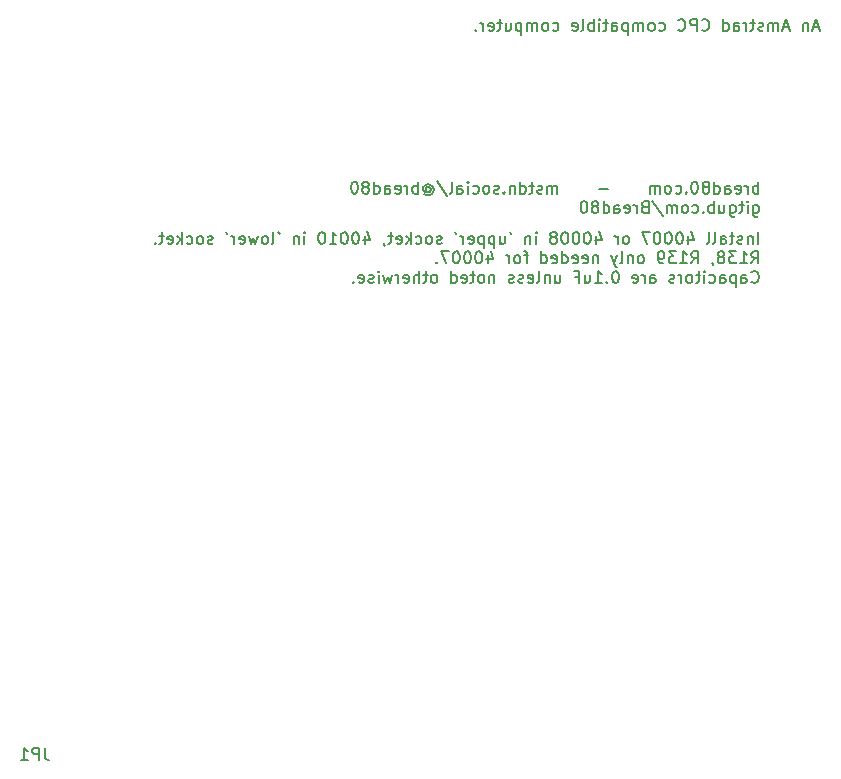
<source format=gbo>
G04 #@! TF.GenerationSoftware,KiCad,Pcbnew,(5.1.12)-1*
G04 #@! TF.CreationDate,2024-01-30T17:11:01+00:00*
G04 #@! TF.ProjectId,CPCVideo,43504356-6964-4656-9f2e-6b696361645f,rev?*
G04 #@! TF.SameCoordinates,Original*
G04 #@! TF.FileFunction,Legend,Bot*
G04 #@! TF.FilePolarity,Positive*
%FSLAX46Y46*%
G04 Gerber Fmt 4.6, Leading zero omitted, Abs format (unit mm)*
G04 Created by KiCad (PCBNEW (5.1.12)-1) date 2024-01-30 17:11:01*
%MOMM*%
%LPD*%
G01*
G04 APERTURE LIST*
%ADD10C,0.150000*%
G04 APERTURE END LIST*
D10*
X219374404Y-131517380D02*
X219374404Y-130517380D01*
X218898214Y-130850714D02*
X218898214Y-131517380D01*
X218898214Y-130945952D02*
X218850595Y-130898333D01*
X218755357Y-130850714D01*
X218612500Y-130850714D01*
X218517261Y-130898333D01*
X218469642Y-130993571D01*
X218469642Y-131517380D01*
X218041071Y-131469761D02*
X217945833Y-131517380D01*
X217755357Y-131517380D01*
X217660119Y-131469761D01*
X217612500Y-131374523D01*
X217612500Y-131326904D01*
X217660119Y-131231666D01*
X217755357Y-131184047D01*
X217898214Y-131184047D01*
X217993452Y-131136428D01*
X218041071Y-131041190D01*
X218041071Y-130993571D01*
X217993452Y-130898333D01*
X217898214Y-130850714D01*
X217755357Y-130850714D01*
X217660119Y-130898333D01*
X217326785Y-130850714D02*
X216945833Y-130850714D01*
X217183928Y-130517380D02*
X217183928Y-131374523D01*
X217136309Y-131469761D01*
X217041071Y-131517380D01*
X216945833Y-131517380D01*
X216183928Y-131517380D02*
X216183928Y-130993571D01*
X216231547Y-130898333D01*
X216326785Y-130850714D01*
X216517261Y-130850714D01*
X216612500Y-130898333D01*
X216183928Y-131469761D02*
X216279166Y-131517380D01*
X216517261Y-131517380D01*
X216612500Y-131469761D01*
X216660119Y-131374523D01*
X216660119Y-131279285D01*
X216612500Y-131184047D01*
X216517261Y-131136428D01*
X216279166Y-131136428D01*
X216183928Y-131088809D01*
X215564880Y-131517380D02*
X215660119Y-131469761D01*
X215707738Y-131374523D01*
X215707738Y-130517380D01*
X215041071Y-131517380D02*
X215136309Y-131469761D01*
X215183928Y-131374523D01*
X215183928Y-130517380D01*
X213469642Y-130850714D02*
X213469642Y-131517380D01*
X213707738Y-130469761D02*
X213945833Y-131184047D01*
X213326785Y-131184047D01*
X212755357Y-130517380D02*
X212660119Y-130517380D01*
X212564880Y-130565000D01*
X212517261Y-130612619D01*
X212469642Y-130707857D01*
X212422023Y-130898333D01*
X212422023Y-131136428D01*
X212469642Y-131326904D01*
X212517261Y-131422142D01*
X212564880Y-131469761D01*
X212660119Y-131517380D01*
X212755357Y-131517380D01*
X212850595Y-131469761D01*
X212898214Y-131422142D01*
X212945833Y-131326904D01*
X212993452Y-131136428D01*
X212993452Y-130898333D01*
X212945833Y-130707857D01*
X212898214Y-130612619D01*
X212850595Y-130565000D01*
X212755357Y-130517380D01*
X211802976Y-130517380D02*
X211707738Y-130517380D01*
X211612500Y-130565000D01*
X211564880Y-130612619D01*
X211517261Y-130707857D01*
X211469642Y-130898333D01*
X211469642Y-131136428D01*
X211517261Y-131326904D01*
X211564880Y-131422142D01*
X211612500Y-131469761D01*
X211707738Y-131517380D01*
X211802976Y-131517380D01*
X211898214Y-131469761D01*
X211945833Y-131422142D01*
X211993452Y-131326904D01*
X212041071Y-131136428D01*
X212041071Y-130898333D01*
X211993452Y-130707857D01*
X211945833Y-130612619D01*
X211898214Y-130565000D01*
X211802976Y-130517380D01*
X210850595Y-130517380D02*
X210755357Y-130517380D01*
X210660119Y-130565000D01*
X210612500Y-130612619D01*
X210564880Y-130707857D01*
X210517261Y-130898333D01*
X210517261Y-131136428D01*
X210564880Y-131326904D01*
X210612500Y-131422142D01*
X210660119Y-131469761D01*
X210755357Y-131517380D01*
X210850595Y-131517380D01*
X210945833Y-131469761D01*
X210993452Y-131422142D01*
X211041071Y-131326904D01*
X211088690Y-131136428D01*
X211088690Y-130898333D01*
X211041071Y-130707857D01*
X210993452Y-130612619D01*
X210945833Y-130565000D01*
X210850595Y-130517380D01*
X210183928Y-130517380D02*
X209517261Y-130517380D01*
X209945833Y-131517380D01*
X208231547Y-131517380D02*
X208326785Y-131469761D01*
X208374404Y-131422142D01*
X208422023Y-131326904D01*
X208422023Y-131041190D01*
X208374404Y-130945952D01*
X208326785Y-130898333D01*
X208231547Y-130850714D01*
X208088690Y-130850714D01*
X207993452Y-130898333D01*
X207945833Y-130945952D01*
X207898214Y-131041190D01*
X207898214Y-131326904D01*
X207945833Y-131422142D01*
X207993452Y-131469761D01*
X208088690Y-131517380D01*
X208231547Y-131517380D01*
X207469642Y-131517380D02*
X207469642Y-130850714D01*
X207469642Y-131041190D02*
X207422023Y-130945952D01*
X207374404Y-130898333D01*
X207279166Y-130850714D01*
X207183928Y-130850714D01*
X205660119Y-130850714D02*
X205660119Y-131517380D01*
X205898214Y-130469761D02*
X206136309Y-131184047D01*
X205517261Y-131184047D01*
X204945833Y-130517380D02*
X204850595Y-130517380D01*
X204755357Y-130565000D01*
X204707738Y-130612619D01*
X204660119Y-130707857D01*
X204612500Y-130898333D01*
X204612500Y-131136428D01*
X204660119Y-131326904D01*
X204707738Y-131422142D01*
X204755357Y-131469761D01*
X204850595Y-131517380D01*
X204945833Y-131517380D01*
X205041071Y-131469761D01*
X205088690Y-131422142D01*
X205136309Y-131326904D01*
X205183928Y-131136428D01*
X205183928Y-130898333D01*
X205136309Y-130707857D01*
X205088690Y-130612619D01*
X205041071Y-130565000D01*
X204945833Y-130517380D01*
X203993452Y-130517380D02*
X203898214Y-130517380D01*
X203802976Y-130565000D01*
X203755357Y-130612619D01*
X203707738Y-130707857D01*
X203660119Y-130898333D01*
X203660119Y-131136428D01*
X203707738Y-131326904D01*
X203755357Y-131422142D01*
X203802976Y-131469761D01*
X203898214Y-131517380D01*
X203993452Y-131517380D01*
X204088690Y-131469761D01*
X204136309Y-131422142D01*
X204183928Y-131326904D01*
X204231547Y-131136428D01*
X204231547Y-130898333D01*
X204183928Y-130707857D01*
X204136309Y-130612619D01*
X204088690Y-130565000D01*
X203993452Y-130517380D01*
X203041071Y-130517380D02*
X202945833Y-130517380D01*
X202850595Y-130565000D01*
X202802976Y-130612619D01*
X202755357Y-130707857D01*
X202707738Y-130898333D01*
X202707738Y-131136428D01*
X202755357Y-131326904D01*
X202802976Y-131422142D01*
X202850595Y-131469761D01*
X202945833Y-131517380D01*
X203041071Y-131517380D01*
X203136309Y-131469761D01*
X203183928Y-131422142D01*
X203231547Y-131326904D01*
X203279166Y-131136428D01*
X203279166Y-130898333D01*
X203231547Y-130707857D01*
X203183928Y-130612619D01*
X203136309Y-130565000D01*
X203041071Y-130517380D01*
X202136309Y-130945952D02*
X202231547Y-130898333D01*
X202279166Y-130850714D01*
X202326785Y-130755476D01*
X202326785Y-130707857D01*
X202279166Y-130612619D01*
X202231547Y-130565000D01*
X202136309Y-130517380D01*
X201945833Y-130517380D01*
X201850595Y-130565000D01*
X201802976Y-130612619D01*
X201755357Y-130707857D01*
X201755357Y-130755476D01*
X201802976Y-130850714D01*
X201850595Y-130898333D01*
X201945833Y-130945952D01*
X202136309Y-130945952D01*
X202231547Y-130993571D01*
X202279166Y-131041190D01*
X202326785Y-131136428D01*
X202326785Y-131326904D01*
X202279166Y-131422142D01*
X202231547Y-131469761D01*
X202136309Y-131517380D01*
X201945833Y-131517380D01*
X201850595Y-131469761D01*
X201802976Y-131422142D01*
X201755357Y-131326904D01*
X201755357Y-131136428D01*
X201802976Y-131041190D01*
X201850595Y-130993571D01*
X201945833Y-130945952D01*
X200564880Y-131517380D02*
X200564880Y-130850714D01*
X200564880Y-130517380D02*
X200612500Y-130565000D01*
X200564880Y-130612619D01*
X200517261Y-130565000D01*
X200564880Y-130517380D01*
X200564880Y-130612619D01*
X200088690Y-130850714D02*
X200088690Y-131517380D01*
X200088690Y-130945952D02*
X200041071Y-130898333D01*
X199945833Y-130850714D01*
X199802976Y-130850714D01*
X199707738Y-130898333D01*
X199660119Y-130993571D01*
X199660119Y-131517380D01*
X198374404Y-130517380D02*
X198469642Y-130707857D01*
X197517261Y-130850714D02*
X197517261Y-131517380D01*
X197945833Y-130850714D02*
X197945833Y-131374523D01*
X197898214Y-131469761D01*
X197802976Y-131517380D01*
X197660119Y-131517380D01*
X197564880Y-131469761D01*
X197517261Y-131422142D01*
X197041071Y-130850714D02*
X197041071Y-131850714D01*
X197041071Y-130898333D02*
X196945833Y-130850714D01*
X196755357Y-130850714D01*
X196660119Y-130898333D01*
X196612500Y-130945952D01*
X196564880Y-131041190D01*
X196564880Y-131326904D01*
X196612500Y-131422142D01*
X196660119Y-131469761D01*
X196755357Y-131517380D01*
X196945833Y-131517380D01*
X197041071Y-131469761D01*
X196136309Y-130850714D02*
X196136309Y-131850714D01*
X196136309Y-130898333D02*
X196041071Y-130850714D01*
X195850595Y-130850714D01*
X195755357Y-130898333D01*
X195707738Y-130945952D01*
X195660119Y-131041190D01*
X195660119Y-131326904D01*
X195707738Y-131422142D01*
X195755357Y-131469761D01*
X195850595Y-131517380D01*
X196041071Y-131517380D01*
X196136309Y-131469761D01*
X194850595Y-131469761D02*
X194945833Y-131517380D01*
X195136309Y-131517380D01*
X195231547Y-131469761D01*
X195279166Y-131374523D01*
X195279166Y-130993571D01*
X195231547Y-130898333D01*
X195136309Y-130850714D01*
X194945833Y-130850714D01*
X194850595Y-130898333D01*
X194802976Y-130993571D01*
X194802976Y-131088809D01*
X195279166Y-131184047D01*
X194374404Y-131517380D02*
X194374404Y-130850714D01*
X194374404Y-131041190D02*
X194326785Y-130945952D01*
X194279166Y-130898333D01*
X194183928Y-130850714D01*
X194088690Y-130850714D01*
X193707738Y-130517380D02*
X193802976Y-130707857D01*
X192564880Y-131469761D02*
X192469642Y-131517380D01*
X192279166Y-131517380D01*
X192183928Y-131469761D01*
X192136309Y-131374523D01*
X192136309Y-131326904D01*
X192183928Y-131231666D01*
X192279166Y-131184047D01*
X192422023Y-131184047D01*
X192517261Y-131136428D01*
X192564880Y-131041190D01*
X192564880Y-130993571D01*
X192517261Y-130898333D01*
X192422023Y-130850714D01*
X192279166Y-130850714D01*
X192183928Y-130898333D01*
X191564880Y-131517380D02*
X191660119Y-131469761D01*
X191707738Y-131422142D01*
X191755357Y-131326904D01*
X191755357Y-131041190D01*
X191707738Y-130945952D01*
X191660119Y-130898333D01*
X191564880Y-130850714D01*
X191422023Y-130850714D01*
X191326785Y-130898333D01*
X191279166Y-130945952D01*
X191231547Y-131041190D01*
X191231547Y-131326904D01*
X191279166Y-131422142D01*
X191326785Y-131469761D01*
X191422023Y-131517380D01*
X191564880Y-131517380D01*
X190374404Y-131469761D02*
X190469642Y-131517380D01*
X190660119Y-131517380D01*
X190755357Y-131469761D01*
X190802976Y-131422142D01*
X190850595Y-131326904D01*
X190850595Y-131041190D01*
X190802976Y-130945952D01*
X190755357Y-130898333D01*
X190660119Y-130850714D01*
X190469642Y-130850714D01*
X190374404Y-130898333D01*
X189945833Y-131517380D02*
X189945833Y-130517380D01*
X189850595Y-131136428D02*
X189564880Y-131517380D01*
X189564880Y-130850714D02*
X189945833Y-131231666D01*
X188755357Y-131469761D02*
X188850595Y-131517380D01*
X189041071Y-131517380D01*
X189136309Y-131469761D01*
X189183928Y-131374523D01*
X189183928Y-130993571D01*
X189136309Y-130898333D01*
X189041071Y-130850714D01*
X188850595Y-130850714D01*
X188755357Y-130898333D01*
X188707738Y-130993571D01*
X188707738Y-131088809D01*
X189183928Y-131184047D01*
X188422023Y-130850714D02*
X188041071Y-130850714D01*
X188279166Y-130517380D02*
X188279166Y-131374523D01*
X188231547Y-131469761D01*
X188136309Y-131517380D01*
X188041071Y-131517380D01*
X187660119Y-131469761D02*
X187660119Y-131517380D01*
X187707738Y-131612619D01*
X187755357Y-131660238D01*
X186041071Y-130850714D02*
X186041071Y-131517380D01*
X186279166Y-130469761D02*
X186517261Y-131184047D01*
X185898214Y-131184047D01*
X185326785Y-130517380D02*
X185231547Y-130517380D01*
X185136309Y-130565000D01*
X185088690Y-130612619D01*
X185041071Y-130707857D01*
X184993452Y-130898333D01*
X184993452Y-131136428D01*
X185041071Y-131326904D01*
X185088690Y-131422142D01*
X185136309Y-131469761D01*
X185231547Y-131517380D01*
X185326785Y-131517380D01*
X185422023Y-131469761D01*
X185469642Y-131422142D01*
X185517261Y-131326904D01*
X185564880Y-131136428D01*
X185564880Y-130898333D01*
X185517261Y-130707857D01*
X185469642Y-130612619D01*
X185422023Y-130565000D01*
X185326785Y-130517380D01*
X184374404Y-130517380D02*
X184279166Y-130517380D01*
X184183928Y-130565000D01*
X184136309Y-130612619D01*
X184088690Y-130707857D01*
X184041071Y-130898333D01*
X184041071Y-131136428D01*
X184088690Y-131326904D01*
X184136309Y-131422142D01*
X184183928Y-131469761D01*
X184279166Y-131517380D01*
X184374404Y-131517380D01*
X184469642Y-131469761D01*
X184517261Y-131422142D01*
X184564880Y-131326904D01*
X184612500Y-131136428D01*
X184612500Y-130898333D01*
X184564880Y-130707857D01*
X184517261Y-130612619D01*
X184469642Y-130565000D01*
X184374404Y-130517380D01*
X183088690Y-131517380D02*
X183660119Y-131517380D01*
X183374404Y-131517380D02*
X183374404Y-130517380D01*
X183469642Y-130660238D01*
X183564880Y-130755476D01*
X183660119Y-130803095D01*
X182469642Y-130517380D02*
X182374404Y-130517380D01*
X182279166Y-130565000D01*
X182231547Y-130612619D01*
X182183928Y-130707857D01*
X182136309Y-130898333D01*
X182136309Y-131136428D01*
X182183928Y-131326904D01*
X182231547Y-131422142D01*
X182279166Y-131469761D01*
X182374404Y-131517380D01*
X182469642Y-131517380D01*
X182564880Y-131469761D01*
X182612500Y-131422142D01*
X182660119Y-131326904D01*
X182707738Y-131136428D01*
X182707738Y-130898333D01*
X182660119Y-130707857D01*
X182612500Y-130612619D01*
X182564880Y-130565000D01*
X182469642Y-130517380D01*
X180945833Y-131517380D02*
X180945833Y-130850714D01*
X180945833Y-130517380D02*
X180993452Y-130565000D01*
X180945833Y-130612619D01*
X180898214Y-130565000D01*
X180945833Y-130517380D01*
X180945833Y-130612619D01*
X180469642Y-130850714D02*
X180469642Y-131517380D01*
X180469642Y-130945952D02*
X180422023Y-130898333D01*
X180326785Y-130850714D01*
X180183928Y-130850714D01*
X180088690Y-130898333D01*
X180041071Y-130993571D01*
X180041071Y-131517380D01*
X178755357Y-130517380D02*
X178850595Y-130707857D01*
X178183928Y-131517380D02*
X178279166Y-131469761D01*
X178326785Y-131374523D01*
X178326785Y-130517380D01*
X177660119Y-131517380D02*
X177755357Y-131469761D01*
X177802976Y-131422142D01*
X177850595Y-131326904D01*
X177850595Y-131041190D01*
X177802976Y-130945952D01*
X177755357Y-130898333D01*
X177660119Y-130850714D01*
X177517261Y-130850714D01*
X177422023Y-130898333D01*
X177374404Y-130945952D01*
X177326785Y-131041190D01*
X177326785Y-131326904D01*
X177374404Y-131422142D01*
X177422023Y-131469761D01*
X177517261Y-131517380D01*
X177660119Y-131517380D01*
X176993452Y-130850714D02*
X176802976Y-131517380D01*
X176612500Y-131041190D01*
X176422023Y-131517380D01*
X176231547Y-130850714D01*
X175469642Y-131469761D02*
X175564880Y-131517380D01*
X175755357Y-131517380D01*
X175850595Y-131469761D01*
X175898214Y-131374523D01*
X175898214Y-130993571D01*
X175850595Y-130898333D01*
X175755357Y-130850714D01*
X175564880Y-130850714D01*
X175469642Y-130898333D01*
X175422023Y-130993571D01*
X175422023Y-131088809D01*
X175898214Y-131184047D01*
X174993452Y-131517380D02*
X174993452Y-130850714D01*
X174993452Y-131041190D02*
X174945833Y-130945952D01*
X174898214Y-130898333D01*
X174802976Y-130850714D01*
X174707738Y-130850714D01*
X174326785Y-130517380D02*
X174422023Y-130707857D01*
X173183928Y-131469761D02*
X173088690Y-131517380D01*
X172898214Y-131517380D01*
X172802976Y-131469761D01*
X172755357Y-131374523D01*
X172755357Y-131326904D01*
X172802976Y-131231666D01*
X172898214Y-131184047D01*
X173041071Y-131184047D01*
X173136309Y-131136428D01*
X173183928Y-131041190D01*
X173183928Y-130993571D01*
X173136309Y-130898333D01*
X173041071Y-130850714D01*
X172898214Y-130850714D01*
X172802976Y-130898333D01*
X172183928Y-131517380D02*
X172279166Y-131469761D01*
X172326785Y-131422142D01*
X172374404Y-131326904D01*
X172374404Y-131041190D01*
X172326785Y-130945952D01*
X172279166Y-130898333D01*
X172183928Y-130850714D01*
X172041071Y-130850714D01*
X171945833Y-130898333D01*
X171898214Y-130945952D01*
X171850595Y-131041190D01*
X171850595Y-131326904D01*
X171898214Y-131422142D01*
X171945833Y-131469761D01*
X172041071Y-131517380D01*
X172183928Y-131517380D01*
X170993452Y-131469761D02*
X171088690Y-131517380D01*
X171279166Y-131517380D01*
X171374404Y-131469761D01*
X171422023Y-131422142D01*
X171469642Y-131326904D01*
X171469642Y-131041190D01*
X171422023Y-130945952D01*
X171374404Y-130898333D01*
X171279166Y-130850714D01*
X171088690Y-130850714D01*
X170993452Y-130898333D01*
X170564880Y-131517380D02*
X170564880Y-130517380D01*
X170469642Y-131136428D02*
X170183928Y-131517380D01*
X170183928Y-130850714D02*
X170564880Y-131231666D01*
X169374404Y-131469761D02*
X169469642Y-131517380D01*
X169660119Y-131517380D01*
X169755357Y-131469761D01*
X169802976Y-131374523D01*
X169802976Y-130993571D01*
X169755357Y-130898333D01*
X169660119Y-130850714D01*
X169469642Y-130850714D01*
X169374404Y-130898333D01*
X169326785Y-130993571D01*
X169326785Y-131088809D01*
X169802976Y-131184047D01*
X169041071Y-130850714D02*
X168660119Y-130850714D01*
X168898214Y-130517380D02*
X168898214Y-131374523D01*
X168850595Y-131469761D01*
X168755357Y-131517380D01*
X168660119Y-131517380D01*
X168326785Y-131422142D02*
X168279166Y-131469761D01*
X168326785Y-131517380D01*
X168374404Y-131469761D01*
X168326785Y-131422142D01*
X168326785Y-131517380D01*
X218802976Y-133167380D02*
X219136309Y-132691190D01*
X219374404Y-133167380D02*
X219374404Y-132167380D01*
X218993452Y-132167380D01*
X218898214Y-132215000D01*
X218850595Y-132262619D01*
X218802976Y-132357857D01*
X218802976Y-132500714D01*
X218850595Y-132595952D01*
X218898214Y-132643571D01*
X218993452Y-132691190D01*
X219374404Y-132691190D01*
X217850595Y-133167380D02*
X218422023Y-133167380D01*
X218136309Y-133167380D02*
X218136309Y-132167380D01*
X218231547Y-132310238D01*
X218326785Y-132405476D01*
X218422023Y-132453095D01*
X217517261Y-132167380D02*
X216898214Y-132167380D01*
X217231547Y-132548333D01*
X217088690Y-132548333D01*
X216993452Y-132595952D01*
X216945833Y-132643571D01*
X216898214Y-132738809D01*
X216898214Y-132976904D01*
X216945833Y-133072142D01*
X216993452Y-133119761D01*
X217088690Y-133167380D01*
X217374404Y-133167380D01*
X217469642Y-133119761D01*
X217517261Y-133072142D01*
X216326785Y-132595952D02*
X216422023Y-132548333D01*
X216469642Y-132500714D01*
X216517261Y-132405476D01*
X216517261Y-132357857D01*
X216469642Y-132262619D01*
X216422023Y-132215000D01*
X216326785Y-132167380D01*
X216136309Y-132167380D01*
X216041071Y-132215000D01*
X215993452Y-132262619D01*
X215945833Y-132357857D01*
X215945833Y-132405476D01*
X215993452Y-132500714D01*
X216041071Y-132548333D01*
X216136309Y-132595952D01*
X216326785Y-132595952D01*
X216422023Y-132643571D01*
X216469642Y-132691190D01*
X216517261Y-132786428D01*
X216517261Y-132976904D01*
X216469642Y-133072142D01*
X216422023Y-133119761D01*
X216326785Y-133167380D01*
X216136309Y-133167380D01*
X216041071Y-133119761D01*
X215993452Y-133072142D01*
X215945833Y-132976904D01*
X215945833Y-132786428D01*
X215993452Y-132691190D01*
X216041071Y-132643571D01*
X216136309Y-132595952D01*
X215469642Y-133119761D02*
X215469642Y-133167380D01*
X215517261Y-133262619D01*
X215564880Y-133310238D01*
X213707738Y-133167380D02*
X214041071Y-132691190D01*
X214279166Y-133167380D02*
X214279166Y-132167380D01*
X213898214Y-132167380D01*
X213802976Y-132215000D01*
X213755357Y-132262619D01*
X213707738Y-132357857D01*
X213707738Y-132500714D01*
X213755357Y-132595952D01*
X213802976Y-132643571D01*
X213898214Y-132691190D01*
X214279166Y-132691190D01*
X212755357Y-133167380D02*
X213326785Y-133167380D01*
X213041071Y-133167380D02*
X213041071Y-132167380D01*
X213136309Y-132310238D01*
X213231547Y-132405476D01*
X213326785Y-132453095D01*
X212422023Y-132167380D02*
X211802976Y-132167380D01*
X212136309Y-132548333D01*
X211993452Y-132548333D01*
X211898214Y-132595952D01*
X211850595Y-132643571D01*
X211802976Y-132738809D01*
X211802976Y-132976904D01*
X211850595Y-133072142D01*
X211898214Y-133119761D01*
X211993452Y-133167380D01*
X212279166Y-133167380D01*
X212374404Y-133119761D01*
X212422023Y-133072142D01*
X211326785Y-133167380D02*
X211136309Y-133167380D01*
X211041071Y-133119761D01*
X210993452Y-133072142D01*
X210898214Y-132929285D01*
X210850595Y-132738809D01*
X210850595Y-132357857D01*
X210898214Y-132262619D01*
X210945833Y-132215000D01*
X211041071Y-132167380D01*
X211231547Y-132167380D01*
X211326785Y-132215000D01*
X211374404Y-132262619D01*
X211422023Y-132357857D01*
X211422023Y-132595952D01*
X211374404Y-132691190D01*
X211326785Y-132738809D01*
X211231547Y-132786428D01*
X211041071Y-132786428D01*
X210945833Y-132738809D01*
X210898214Y-132691190D01*
X210850595Y-132595952D01*
X209517261Y-133167380D02*
X209612500Y-133119761D01*
X209660119Y-133072142D01*
X209707738Y-132976904D01*
X209707738Y-132691190D01*
X209660119Y-132595952D01*
X209612500Y-132548333D01*
X209517261Y-132500714D01*
X209374404Y-132500714D01*
X209279166Y-132548333D01*
X209231547Y-132595952D01*
X209183928Y-132691190D01*
X209183928Y-132976904D01*
X209231547Y-133072142D01*
X209279166Y-133119761D01*
X209374404Y-133167380D01*
X209517261Y-133167380D01*
X208755357Y-132500714D02*
X208755357Y-133167380D01*
X208755357Y-132595952D02*
X208707738Y-132548333D01*
X208612500Y-132500714D01*
X208469642Y-132500714D01*
X208374404Y-132548333D01*
X208326785Y-132643571D01*
X208326785Y-133167380D01*
X207707738Y-133167380D02*
X207802976Y-133119761D01*
X207850595Y-133024523D01*
X207850595Y-132167380D01*
X207422023Y-132500714D02*
X207183928Y-133167380D01*
X206945833Y-132500714D02*
X207183928Y-133167380D01*
X207279166Y-133405476D01*
X207326785Y-133453095D01*
X207422023Y-133500714D01*
X205802976Y-132500714D02*
X205802976Y-133167380D01*
X205802976Y-132595952D02*
X205755357Y-132548333D01*
X205660119Y-132500714D01*
X205517261Y-132500714D01*
X205422023Y-132548333D01*
X205374404Y-132643571D01*
X205374404Y-133167380D01*
X204517261Y-133119761D02*
X204612500Y-133167380D01*
X204802976Y-133167380D01*
X204898214Y-133119761D01*
X204945833Y-133024523D01*
X204945833Y-132643571D01*
X204898214Y-132548333D01*
X204802976Y-132500714D01*
X204612500Y-132500714D01*
X204517261Y-132548333D01*
X204469642Y-132643571D01*
X204469642Y-132738809D01*
X204945833Y-132834047D01*
X203660119Y-133119761D02*
X203755357Y-133167380D01*
X203945833Y-133167380D01*
X204041071Y-133119761D01*
X204088690Y-133024523D01*
X204088690Y-132643571D01*
X204041071Y-132548333D01*
X203945833Y-132500714D01*
X203755357Y-132500714D01*
X203660119Y-132548333D01*
X203612500Y-132643571D01*
X203612500Y-132738809D01*
X204088690Y-132834047D01*
X202755357Y-133167380D02*
X202755357Y-132167380D01*
X202755357Y-133119761D02*
X202850595Y-133167380D01*
X203041071Y-133167380D01*
X203136309Y-133119761D01*
X203183928Y-133072142D01*
X203231547Y-132976904D01*
X203231547Y-132691190D01*
X203183928Y-132595952D01*
X203136309Y-132548333D01*
X203041071Y-132500714D01*
X202850595Y-132500714D01*
X202755357Y-132548333D01*
X201898214Y-133119761D02*
X201993452Y-133167380D01*
X202183928Y-133167380D01*
X202279166Y-133119761D01*
X202326785Y-133024523D01*
X202326785Y-132643571D01*
X202279166Y-132548333D01*
X202183928Y-132500714D01*
X201993452Y-132500714D01*
X201898214Y-132548333D01*
X201850595Y-132643571D01*
X201850595Y-132738809D01*
X202326785Y-132834047D01*
X200993452Y-133167380D02*
X200993452Y-132167380D01*
X200993452Y-133119761D02*
X201088690Y-133167380D01*
X201279166Y-133167380D01*
X201374404Y-133119761D01*
X201422023Y-133072142D01*
X201469642Y-132976904D01*
X201469642Y-132691190D01*
X201422023Y-132595952D01*
X201374404Y-132548333D01*
X201279166Y-132500714D01*
X201088690Y-132500714D01*
X200993452Y-132548333D01*
X199898214Y-132500714D02*
X199517261Y-132500714D01*
X199755357Y-133167380D02*
X199755357Y-132310238D01*
X199707738Y-132215000D01*
X199612500Y-132167380D01*
X199517261Y-132167380D01*
X199041071Y-133167380D02*
X199136309Y-133119761D01*
X199183928Y-133072142D01*
X199231547Y-132976904D01*
X199231547Y-132691190D01*
X199183928Y-132595952D01*
X199136309Y-132548333D01*
X199041071Y-132500714D01*
X198898214Y-132500714D01*
X198802976Y-132548333D01*
X198755357Y-132595952D01*
X198707738Y-132691190D01*
X198707738Y-132976904D01*
X198755357Y-133072142D01*
X198802976Y-133119761D01*
X198898214Y-133167380D01*
X199041071Y-133167380D01*
X198279166Y-133167380D02*
X198279166Y-132500714D01*
X198279166Y-132691190D02*
X198231547Y-132595952D01*
X198183928Y-132548333D01*
X198088690Y-132500714D01*
X197993452Y-132500714D01*
X196469642Y-132500714D02*
X196469642Y-133167380D01*
X196707738Y-132119761D02*
X196945833Y-132834047D01*
X196326785Y-132834047D01*
X195755357Y-132167380D02*
X195660119Y-132167380D01*
X195564880Y-132215000D01*
X195517261Y-132262619D01*
X195469642Y-132357857D01*
X195422023Y-132548333D01*
X195422023Y-132786428D01*
X195469642Y-132976904D01*
X195517261Y-133072142D01*
X195564880Y-133119761D01*
X195660119Y-133167380D01*
X195755357Y-133167380D01*
X195850595Y-133119761D01*
X195898214Y-133072142D01*
X195945833Y-132976904D01*
X195993452Y-132786428D01*
X195993452Y-132548333D01*
X195945833Y-132357857D01*
X195898214Y-132262619D01*
X195850595Y-132215000D01*
X195755357Y-132167380D01*
X194802976Y-132167380D02*
X194707738Y-132167380D01*
X194612500Y-132215000D01*
X194564880Y-132262619D01*
X194517261Y-132357857D01*
X194469642Y-132548333D01*
X194469642Y-132786428D01*
X194517261Y-132976904D01*
X194564880Y-133072142D01*
X194612500Y-133119761D01*
X194707738Y-133167380D01*
X194802976Y-133167380D01*
X194898214Y-133119761D01*
X194945833Y-133072142D01*
X194993452Y-132976904D01*
X195041071Y-132786428D01*
X195041071Y-132548333D01*
X194993452Y-132357857D01*
X194945833Y-132262619D01*
X194898214Y-132215000D01*
X194802976Y-132167380D01*
X193850595Y-132167380D02*
X193755357Y-132167380D01*
X193660119Y-132215000D01*
X193612500Y-132262619D01*
X193564880Y-132357857D01*
X193517261Y-132548333D01*
X193517261Y-132786428D01*
X193564880Y-132976904D01*
X193612500Y-133072142D01*
X193660119Y-133119761D01*
X193755357Y-133167380D01*
X193850595Y-133167380D01*
X193945833Y-133119761D01*
X193993452Y-133072142D01*
X194041071Y-132976904D01*
X194088690Y-132786428D01*
X194088690Y-132548333D01*
X194041071Y-132357857D01*
X193993452Y-132262619D01*
X193945833Y-132215000D01*
X193850595Y-132167380D01*
X193183928Y-132167380D02*
X192517261Y-132167380D01*
X192945833Y-133167380D01*
X192136309Y-133072142D02*
X192088690Y-133119761D01*
X192136309Y-133167380D01*
X192183928Y-133119761D01*
X192136309Y-133072142D01*
X192136309Y-133167380D01*
X218802976Y-134722142D02*
X218850595Y-134769761D01*
X218993452Y-134817380D01*
X219088690Y-134817380D01*
X219231547Y-134769761D01*
X219326785Y-134674523D01*
X219374404Y-134579285D01*
X219422023Y-134388809D01*
X219422023Y-134245952D01*
X219374404Y-134055476D01*
X219326785Y-133960238D01*
X219231547Y-133865000D01*
X219088690Y-133817380D01*
X218993452Y-133817380D01*
X218850595Y-133865000D01*
X218802976Y-133912619D01*
X217945833Y-134817380D02*
X217945833Y-134293571D01*
X217993452Y-134198333D01*
X218088690Y-134150714D01*
X218279166Y-134150714D01*
X218374404Y-134198333D01*
X217945833Y-134769761D02*
X218041071Y-134817380D01*
X218279166Y-134817380D01*
X218374404Y-134769761D01*
X218422023Y-134674523D01*
X218422023Y-134579285D01*
X218374404Y-134484047D01*
X218279166Y-134436428D01*
X218041071Y-134436428D01*
X217945833Y-134388809D01*
X217469642Y-134150714D02*
X217469642Y-135150714D01*
X217469642Y-134198333D02*
X217374404Y-134150714D01*
X217183928Y-134150714D01*
X217088690Y-134198333D01*
X217041071Y-134245952D01*
X216993452Y-134341190D01*
X216993452Y-134626904D01*
X217041071Y-134722142D01*
X217088690Y-134769761D01*
X217183928Y-134817380D01*
X217374404Y-134817380D01*
X217469642Y-134769761D01*
X216136309Y-134817380D02*
X216136309Y-134293571D01*
X216183928Y-134198333D01*
X216279166Y-134150714D01*
X216469642Y-134150714D01*
X216564880Y-134198333D01*
X216136309Y-134769761D02*
X216231547Y-134817380D01*
X216469642Y-134817380D01*
X216564880Y-134769761D01*
X216612500Y-134674523D01*
X216612500Y-134579285D01*
X216564880Y-134484047D01*
X216469642Y-134436428D01*
X216231547Y-134436428D01*
X216136309Y-134388809D01*
X215231547Y-134769761D02*
X215326785Y-134817380D01*
X215517261Y-134817380D01*
X215612500Y-134769761D01*
X215660119Y-134722142D01*
X215707738Y-134626904D01*
X215707738Y-134341190D01*
X215660119Y-134245952D01*
X215612500Y-134198333D01*
X215517261Y-134150714D01*
X215326785Y-134150714D01*
X215231547Y-134198333D01*
X214802976Y-134817380D02*
X214802976Y-134150714D01*
X214802976Y-133817380D02*
X214850595Y-133865000D01*
X214802976Y-133912619D01*
X214755357Y-133865000D01*
X214802976Y-133817380D01*
X214802976Y-133912619D01*
X214469642Y-134150714D02*
X214088690Y-134150714D01*
X214326785Y-133817380D02*
X214326785Y-134674523D01*
X214279166Y-134769761D01*
X214183928Y-134817380D01*
X214088690Y-134817380D01*
X213612500Y-134817380D02*
X213707738Y-134769761D01*
X213755357Y-134722142D01*
X213802976Y-134626904D01*
X213802976Y-134341190D01*
X213755357Y-134245952D01*
X213707738Y-134198333D01*
X213612500Y-134150714D01*
X213469642Y-134150714D01*
X213374404Y-134198333D01*
X213326785Y-134245952D01*
X213279166Y-134341190D01*
X213279166Y-134626904D01*
X213326785Y-134722142D01*
X213374404Y-134769761D01*
X213469642Y-134817380D01*
X213612500Y-134817380D01*
X212850595Y-134817380D02*
X212850595Y-134150714D01*
X212850595Y-134341190D02*
X212802976Y-134245952D01*
X212755357Y-134198333D01*
X212660119Y-134150714D01*
X212564880Y-134150714D01*
X212279166Y-134769761D02*
X212183928Y-134817380D01*
X211993452Y-134817380D01*
X211898214Y-134769761D01*
X211850595Y-134674523D01*
X211850595Y-134626904D01*
X211898214Y-134531666D01*
X211993452Y-134484047D01*
X212136309Y-134484047D01*
X212231547Y-134436428D01*
X212279166Y-134341190D01*
X212279166Y-134293571D01*
X212231547Y-134198333D01*
X212136309Y-134150714D01*
X211993452Y-134150714D01*
X211898214Y-134198333D01*
X210231547Y-134817380D02*
X210231547Y-134293571D01*
X210279166Y-134198333D01*
X210374404Y-134150714D01*
X210564880Y-134150714D01*
X210660119Y-134198333D01*
X210231547Y-134769761D02*
X210326785Y-134817380D01*
X210564880Y-134817380D01*
X210660119Y-134769761D01*
X210707738Y-134674523D01*
X210707738Y-134579285D01*
X210660119Y-134484047D01*
X210564880Y-134436428D01*
X210326785Y-134436428D01*
X210231547Y-134388809D01*
X209755357Y-134817380D02*
X209755357Y-134150714D01*
X209755357Y-134341190D02*
X209707738Y-134245952D01*
X209660119Y-134198333D01*
X209564880Y-134150714D01*
X209469642Y-134150714D01*
X208755357Y-134769761D02*
X208850595Y-134817380D01*
X209041071Y-134817380D01*
X209136309Y-134769761D01*
X209183928Y-134674523D01*
X209183928Y-134293571D01*
X209136309Y-134198333D01*
X209041071Y-134150714D01*
X208850595Y-134150714D01*
X208755357Y-134198333D01*
X208707738Y-134293571D01*
X208707738Y-134388809D01*
X209183928Y-134484047D01*
X207326785Y-133817380D02*
X207231547Y-133817380D01*
X207136309Y-133865000D01*
X207088690Y-133912619D01*
X207041071Y-134007857D01*
X206993452Y-134198333D01*
X206993452Y-134436428D01*
X207041071Y-134626904D01*
X207088690Y-134722142D01*
X207136309Y-134769761D01*
X207231547Y-134817380D01*
X207326785Y-134817380D01*
X207422023Y-134769761D01*
X207469642Y-134722142D01*
X207517261Y-134626904D01*
X207564880Y-134436428D01*
X207564880Y-134198333D01*
X207517261Y-134007857D01*
X207469642Y-133912619D01*
X207422023Y-133865000D01*
X207326785Y-133817380D01*
X206564880Y-134722142D02*
X206517261Y-134769761D01*
X206564880Y-134817380D01*
X206612500Y-134769761D01*
X206564880Y-134722142D01*
X206564880Y-134817380D01*
X205564880Y-134817380D02*
X206136309Y-134817380D01*
X205850595Y-134817380D02*
X205850595Y-133817380D01*
X205945833Y-133960238D01*
X206041071Y-134055476D01*
X206136309Y-134103095D01*
X204707738Y-134150714D02*
X204707738Y-134817380D01*
X205136309Y-134150714D02*
X205136309Y-134674523D01*
X205088690Y-134769761D01*
X204993452Y-134817380D01*
X204850595Y-134817380D01*
X204755357Y-134769761D01*
X204707738Y-134722142D01*
X203898214Y-134293571D02*
X204231547Y-134293571D01*
X204231547Y-134817380D02*
X204231547Y-133817380D01*
X203755357Y-133817380D01*
X202183928Y-134150714D02*
X202183928Y-134817380D01*
X202612500Y-134150714D02*
X202612500Y-134674523D01*
X202564880Y-134769761D01*
X202469642Y-134817380D01*
X202326785Y-134817380D01*
X202231547Y-134769761D01*
X202183928Y-134722142D01*
X201707738Y-134150714D02*
X201707738Y-134817380D01*
X201707738Y-134245952D02*
X201660119Y-134198333D01*
X201564880Y-134150714D01*
X201422023Y-134150714D01*
X201326785Y-134198333D01*
X201279166Y-134293571D01*
X201279166Y-134817380D01*
X200660119Y-134817380D02*
X200755357Y-134769761D01*
X200802976Y-134674523D01*
X200802976Y-133817380D01*
X199898214Y-134769761D02*
X199993452Y-134817380D01*
X200183928Y-134817380D01*
X200279166Y-134769761D01*
X200326785Y-134674523D01*
X200326785Y-134293571D01*
X200279166Y-134198333D01*
X200183928Y-134150714D01*
X199993452Y-134150714D01*
X199898214Y-134198333D01*
X199850595Y-134293571D01*
X199850595Y-134388809D01*
X200326785Y-134484047D01*
X199469642Y-134769761D02*
X199374404Y-134817380D01*
X199183928Y-134817380D01*
X199088690Y-134769761D01*
X199041071Y-134674523D01*
X199041071Y-134626904D01*
X199088690Y-134531666D01*
X199183928Y-134484047D01*
X199326785Y-134484047D01*
X199422023Y-134436428D01*
X199469642Y-134341190D01*
X199469642Y-134293571D01*
X199422023Y-134198333D01*
X199326785Y-134150714D01*
X199183928Y-134150714D01*
X199088690Y-134198333D01*
X198660119Y-134769761D02*
X198564880Y-134817380D01*
X198374404Y-134817380D01*
X198279166Y-134769761D01*
X198231547Y-134674523D01*
X198231547Y-134626904D01*
X198279166Y-134531666D01*
X198374404Y-134484047D01*
X198517261Y-134484047D01*
X198612500Y-134436428D01*
X198660119Y-134341190D01*
X198660119Y-134293571D01*
X198612500Y-134198333D01*
X198517261Y-134150714D01*
X198374404Y-134150714D01*
X198279166Y-134198333D01*
X197041071Y-134150714D02*
X197041071Y-134817380D01*
X197041071Y-134245952D02*
X196993452Y-134198333D01*
X196898214Y-134150714D01*
X196755357Y-134150714D01*
X196660119Y-134198333D01*
X196612500Y-134293571D01*
X196612500Y-134817380D01*
X195993452Y-134817380D02*
X196088690Y-134769761D01*
X196136309Y-134722142D01*
X196183928Y-134626904D01*
X196183928Y-134341190D01*
X196136309Y-134245952D01*
X196088690Y-134198333D01*
X195993452Y-134150714D01*
X195850595Y-134150714D01*
X195755357Y-134198333D01*
X195707738Y-134245952D01*
X195660119Y-134341190D01*
X195660119Y-134626904D01*
X195707738Y-134722142D01*
X195755357Y-134769761D01*
X195850595Y-134817380D01*
X195993452Y-134817380D01*
X195374404Y-134150714D02*
X194993452Y-134150714D01*
X195231547Y-133817380D02*
X195231547Y-134674523D01*
X195183928Y-134769761D01*
X195088690Y-134817380D01*
X194993452Y-134817380D01*
X194279166Y-134769761D02*
X194374404Y-134817380D01*
X194564880Y-134817380D01*
X194660119Y-134769761D01*
X194707738Y-134674523D01*
X194707738Y-134293571D01*
X194660119Y-134198333D01*
X194564880Y-134150714D01*
X194374404Y-134150714D01*
X194279166Y-134198333D01*
X194231547Y-134293571D01*
X194231547Y-134388809D01*
X194707738Y-134484047D01*
X193374404Y-134817380D02*
X193374404Y-133817380D01*
X193374404Y-134769761D02*
X193469642Y-134817380D01*
X193660119Y-134817380D01*
X193755357Y-134769761D01*
X193802976Y-134722142D01*
X193850595Y-134626904D01*
X193850595Y-134341190D01*
X193802976Y-134245952D01*
X193755357Y-134198333D01*
X193660119Y-134150714D01*
X193469642Y-134150714D01*
X193374404Y-134198333D01*
X191993452Y-134817380D02*
X192088690Y-134769761D01*
X192136309Y-134722142D01*
X192183928Y-134626904D01*
X192183928Y-134341190D01*
X192136309Y-134245952D01*
X192088690Y-134198333D01*
X191993452Y-134150714D01*
X191850595Y-134150714D01*
X191755357Y-134198333D01*
X191707738Y-134245952D01*
X191660119Y-134341190D01*
X191660119Y-134626904D01*
X191707738Y-134722142D01*
X191755357Y-134769761D01*
X191850595Y-134817380D01*
X191993452Y-134817380D01*
X191374404Y-134150714D02*
X190993452Y-134150714D01*
X191231547Y-133817380D02*
X191231547Y-134674523D01*
X191183928Y-134769761D01*
X191088690Y-134817380D01*
X190993452Y-134817380D01*
X190660119Y-134817380D02*
X190660119Y-133817380D01*
X190231547Y-134817380D02*
X190231547Y-134293571D01*
X190279166Y-134198333D01*
X190374404Y-134150714D01*
X190517261Y-134150714D01*
X190612500Y-134198333D01*
X190660119Y-134245952D01*
X189374404Y-134769761D02*
X189469642Y-134817380D01*
X189660119Y-134817380D01*
X189755357Y-134769761D01*
X189802976Y-134674523D01*
X189802976Y-134293571D01*
X189755357Y-134198333D01*
X189660119Y-134150714D01*
X189469642Y-134150714D01*
X189374404Y-134198333D01*
X189326785Y-134293571D01*
X189326785Y-134388809D01*
X189802976Y-134484047D01*
X188898214Y-134817380D02*
X188898214Y-134150714D01*
X188898214Y-134341190D02*
X188850595Y-134245952D01*
X188802976Y-134198333D01*
X188707738Y-134150714D01*
X188612500Y-134150714D01*
X188374404Y-134150714D02*
X188183928Y-134817380D01*
X187993452Y-134341190D01*
X187802976Y-134817380D01*
X187612500Y-134150714D01*
X187231547Y-134817380D02*
X187231547Y-134150714D01*
X187231547Y-133817380D02*
X187279166Y-133865000D01*
X187231547Y-133912619D01*
X187183928Y-133865000D01*
X187231547Y-133817380D01*
X187231547Y-133912619D01*
X186802976Y-134769761D02*
X186707738Y-134817380D01*
X186517261Y-134817380D01*
X186422023Y-134769761D01*
X186374404Y-134674523D01*
X186374404Y-134626904D01*
X186422023Y-134531666D01*
X186517261Y-134484047D01*
X186660119Y-134484047D01*
X186755357Y-134436428D01*
X186802976Y-134341190D01*
X186802976Y-134293571D01*
X186755357Y-134198333D01*
X186660119Y-134150714D01*
X186517261Y-134150714D01*
X186422023Y-134198333D01*
X185564880Y-134769761D02*
X185660119Y-134817380D01*
X185850595Y-134817380D01*
X185945833Y-134769761D01*
X185993452Y-134674523D01*
X185993452Y-134293571D01*
X185945833Y-134198333D01*
X185850595Y-134150714D01*
X185660119Y-134150714D01*
X185564880Y-134198333D01*
X185517261Y-134293571D01*
X185517261Y-134388809D01*
X185993452Y-134484047D01*
X185088690Y-134722142D02*
X185041071Y-134769761D01*
X185088690Y-134817380D01*
X185136309Y-134769761D01*
X185088690Y-134722142D01*
X185088690Y-134817380D01*
X219374404Y-127262380D02*
X219374404Y-126262380D01*
X219374404Y-126643333D02*
X219279166Y-126595714D01*
X219088690Y-126595714D01*
X218993452Y-126643333D01*
X218945833Y-126690952D01*
X218898214Y-126786190D01*
X218898214Y-127071904D01*
X218945833Y-127167142D01*
X218993452Y-127214761D01*
X219088690Y-127262380D01*
X219279166Y-127262380D01*
X219374404Y-127214761D01*
X218469642Y-127262380D02*
X218469642Y-126595714D01*
X218469642Y-126786190D02*
X218422023Y-126690952D01*
X218374404Y-126643333D01*
X218279166Y-126595714D01*
X218183928Y-126595714D01*
X217469642Y-127214761D02*
X217564880Y-127262380D01*
X217755357Y-127262380D01*
X217850595Y-127214761D01*
X217898214Y-127119523D01*
X217898214Y-126738571D01*
X217850595Y-126643333D01*
X217755357Y-126595714D01*
X217564880Y-126595714D01*
X217469642Y-126643333D01*
X217422023Y-126738571D01*
X217422023Y-126833809D01*
X217898214Y-126929047D01*
X216564880Y-127262380D02*
X216564880Y-126738571D01*
X216612500Y-126643333D01*
X216707738Y-126595714D01*
X216898214Y-126595714D01*
X216993452Y-126643333D01*
X216564880Y-127214761D02*
X216660119Y-127262380D01*
X216898214Y-127262380D01*
X216993452Y-127214761D01*
X217041071Y-127119523D01*
X217041071Y-127024285D01*
X216993452Y-126929047D01*
X216898214Y-126881428D01*
X216660119Y-126881428D01*
X216564880Y-126833809D01*
X215660119Y-127262380D02*
X215660119Y-126262380D01*
X215660119Y-127214761D02*
X215755357Y-127262380D01*
X215945833Y-127262380D01*
X216041071Y-127214761D01*
X216088690Y-127167142D01*
X216136309Y-127071904D01*
X216136309Y-126786190D01*
X216088690Y-126690952D01*
X216041071Y-126643333D01*
X215945833Y-126595714D01*
X215755357Y-126595714D01*
X215660119Y-126643333D01*
X215041071Y-126690952D02*
X215136309Y-126643333D01*
X215183928Y-126595714D01*
X215231547Y-126500476D01*
X215231547Y-126452857D01*
X215183928Y-126357619D01*
X215136309Y-126310000D01*
X215041071Y-126262380D01*
X214850595Y-126262380D01*
X214755357Y-126310000D01*
X214707738Y-126357619D01*
X214660119Y-126452857D01*
X214660119Y-126500476D01*
X214707738Y-126595714D01*
X214755357Y-126643333D01*
X214850595Y-126690952D01*
X215041071Y-126690952D01*
X215136309Y-126738571D01*
X215183928Y-126786190D01*
X215231547Y-126881428D01*
X215231547Y-127071904D01*
X215183928Y-127167142D01*
X215136309Y-127214761D01*
X215041071Y-127262380D01*
X214850595Y-127262380D01*
X214755357Y-127214761D01*
X214707738Y-127167142D01*
X214660119Y-127071904D01*
X214660119Y-126881428D01*
X214707738Y-126786190D01*
X214755357Y-126738571D01*
X214850595Y-126690952D01*
X214041071Y-126262380D02*
X213945833Y-126262380D01*
X213850595Y-126310000D01*
X213802976Y-126357619D01*
X213755357Y-126452857D01*
X213707738Y-126643333D01*
X213707738Y-126881428D01*
X213755357Y-127071904D01*
X213802976Y-127167142D01*
X213850595Y-127214761D01*
X213945833Y-127262380D01*
X214041071Y-127262380D01*
X214136309Y-127214761D01*
X214183928Y-127167142D01*
X214231547Y-127071904D01*
X214279166Y-126881428D01*
X214279166Y-126643333D01*
X214231547Y-126452857D01*
X214183928Y-126357619D01*
X214136309Y-126310000D01*
X214041071Y-126262380D01*
X213279166Y-127167142D02*
X213231547Y-127214761D01*
X213279166Y-127262380D01*
X213326785Y-127214761D01*
X213279166Y-127167142D01*
X213279166Y-127262380D01*
X212374404Y-127214761D02*
X212469642Y-127262380D01*
X212660119Y-127262380D01*
X212755357Y-127214761D01*
X212802976Y-127167142D01*
X212850595Y-127071904D01*
X212850595Y-126786190D01*
X212802976Y-126690952D01*
X212755357Y-126643333D01*
X212660119Y-126595714D01*
X212469642Y-126595714D01*
X212374404Y-126643333D01*
X211802976Y-127262380D02*
X211898214Y-127214761D01*
X211945833Y-127167142D01*
X211993452Y-127071904D01*
X211993452Y-126786190D01*
X211945833Y-126690952D01*
X211898214Y-126643333D01*
X211802976Y-126595714D01*
X211660119Y-126595714D01*
X211564880Y-126643333D01*
X211517261Y-126690952D01*
X211469642Y-126786190D01*
X211469642Y-127071904D01*
X211517261Y-127167142D01*
X211564880Y-127214761D01*
X211660119Y-127262380D01*
X211802976Y-127262380D01*
X211041071Y-127262380D02*
X211041071Y-126595714D01*
X211041071Y-126690952D02*
X210993452Y-126643333D01*
X210898214Y-126595714D01*
X210755357Y-126595714D01*
X210660119Y-126643333D01*
X210612500Y-126738571D01*
X210612500Y-127262380D01*
X210612500Y-126738571D02*
X210564880Y-126643333D01*
X210469642Y-126595714D01*
X210326785Y-126595714D01*
X210231547Y-126643333D01*
X210183928Y-126738571D01*
X210183928Y-127262380D01*
X206660119Y-126881428D02*
X205898214Y-126881428D01*
X202374404Y-127262380D02*
X202374404Y-126595714D01*
X202374404Y-126690952D02*
X202326785Y-126643333D01*
X202231547Y-126595714D01*
X202088690Y-126595714D01*
X201993452Y-126643333D01*
X201945833Y-126738571D01*
X201945833Y-127262380D01*
X201945833Y-126738571D02*
X201898214Y-126643333D01*
X201802976Y-126595714D01*
X201660119Y-126595714D01*
X201564880Y-126643333D01*
X201517261Y-126738571D01*
X201517261Y-127262380D01*
X201088690Y-127214761D02*
X200993452Y-127262380D01*
X200802976Y-127262380D01*
X200707738Y-127214761D01*
X200660119Y-127119523D01*
X200660119Y-127071904D01*
X200707738Y-126976666D01*
X200802976Y-126929047D01*
X200945833Y-126929047D01*
X201041071Y-126881428D01*
X201088690Y-126786190D01*
X201088690Y-126738571D01*
X201041071Y-126643333D01*
X200945833Y-126595714D01*
X200802976Y-126595714D01*
X200707738Y-126643333D01*
X200374404Y-126595714D02*
X199993452Y-126595714D01*
X200231547Y-126262380D02*
X200231547Y-127119523D01*
X200183928Y-127214761D01*
X200088690Y-127262380D01*
X199993452Y-127262380D01*
X199231547Y-127262380D02*
X199231547Y-126262380D01*
X199231547Y-127214761D02*
X199326785Y-127262380D01*
X199517261Y-127262380D01*
X199612500Y-127214761D01*
X199660119Y-127167142D01*
X199707738Y-127071904D01*
X199707738Y-126786190D01*
X199660119Y-126690952D01*
X199612500Y-126643333D01*
X199517261Y-126595714D01*
X199326785Y-126595714D01*
X199231547Y-126643333D01*
X198755357Y-126595714D02*
X198755357Y-127262380D01*
X198755357Y-126690952D02*
X198707738Y-126643333D01*
X198612500Y-126595714D01*
X198469642Y-126595714D01*
X198374404Y-126643333D01*
X198326785Y-126738571D01*
X198326785Y-127262380D01*
X197850595Y-127167142D02*
X197802976Y-127214761D01*
X197850595Y-127262380D01*
X197898214Y-127214761D01*
X197850595Y-127167142D01*
X197850595Y-127262380D01*
X197422023Y-127214761D02*
X197326785Y-127262380D01*
X197136309Y-127262380D01*
X197041071Y-127214761D01*
X196993452Y-127119523D01*
X196993452Y-127071904D01*
X197041071Y-126976666D01*
X197136309Y-126929047D01*
X197279166Y-126929047D01*
X197374404Y-126881428D01*
X197422023Y-126786190D01*
X197422023Y-126738571D01*
X197374404Y-126643333D01*
X197279166Y-126595714D01*
X197136309Y-126595714D01*
X197041071Y-126643333D01*
X196422023Y-127262380D02*
X196517261Y-127214761D01*
X196564880Y-127167142D01*
X196612500Y-127071904D01*
X196612500Y-126786190D01*
X196564880Y-126690952D01*
X196517261Y-126643333D01*
X196422023Y-126595714D01*
X196279166Y-126595714D01*
X196183928Y-126643333D01*
X196136309Y-126690952D01*
X196088690Y-126786190D01*
X196088690Y-127071904D01*
X196136309Y-127167142D01*
X196183928Y-127214761D01*
X196279166Y-127262380D01*
X196422023Y-127262380D01*
X195231547Y-127214761D02*
X195326785Y-127262380D01*
X195517261Y-127262380D01*
X195612500Y-127214761D01*
X195660119Y-127167142D01*
X195707738Y-127071904D01*
X195707738Y-126786190D01*
X195660119Y-126690952D01*
X195612500Y-126643333D01*
X195517261Y-126595714D01*
X195326785Y-126595714D01*
X195231547Y-126643333D01*
X194802976Y-127262380D02*
X194802976Y-126595714D01*
X194802976Y-126262380D02*
X194850595Y-126310000D01*
X194802976Y-126357619D01*
X194755357Y-126310000D01*
X194802976Y-126262380D01*
X194802976Y-126357619D01*
X193898214Y-127262380D02*
X193898214Y-126738571D01*
X193945833Y-126643333D01*
X194041071Y-126595714D01*
X194231547Y-126595714D01*
X194326785Y-126643333D01*
X193898214Y-127214761D02*
X193993452Y-127262380D01*
X194231547Y-127262380D01*
X194326785Y-127214761D01*
X194374404Y-127119523D01*
X194374404Y-127024285D01*
X194326785Y-126929047D01*
X194231547Y-126881428D01*
X193993452Y-126881428D01*
X193898214Y-126833809D01*
X193279166Y-127262380D02*
X193374404Y-127214761D01*
X193422023Y-127119523D01*
X193422023Y-126262380D01*
X192183928Y-126214761D02*
X193041071Y-127500476D01*
X191231547Y-126786190D02*
X191279166Y-126738571D01*
X191374404Y-126690952D01*
X191469642Y-126690952D01*
X191564880Y-126738571D01*
X191612500Y-126786190D01*
X191660119Y-126881428D01*
X191660119Y-126976666D01*
X191612500Y-127071904D01*
X191564880Y-127119523D01*
X191469642Y-127167142D01*
X191374404Y-127167142D01*
X191279166Y-127119523D01*
X191231547Y-127071904D01*
X191231547Y-126690952D02*
X191231547Y-127071904D01*
X191183928Y-127119523D01*
X191136309Y-127119523D01*
X191041071Y-127071904D01*
X190993452Y-126976666D01*
X190993452Y-126738571D01*
X191088690Y-126595714D01*
X191231547Y-126500476D01*
X191422023Y-126452857D01*
X191612500Y-126500476D01*
X191755357Y-126595714D01*
X191850595Y-126738571D01*
X191898214Y-126929047D01*
X191850595Y-127119523D01*
X191755357Y-127262380D01*
X191612500Y-127357619D01*
X191422023Y-127405238D01*
X191231547Y-127357619D01*
X191088690Y-127262380D01*
X190564880Y-127262380D02*
X190564880Y-126262380D01*
X190564880Y-126643333D02*
X190469642Y-126595714D01*
X190279166Y-126595714D01*
X190183928Y-126643333D01*
X190136309Y-126690952D01*
X190088690Y-126786190D01*
X190088690Y-127071904D01*
X190136309Y-127167142D01*
X190183928Y-127214761D01*
X190279166Y-127262380D01*
X190469642Y-127262380D01*
X190564880Y-127214761D01*
X189660119Y-127262380D02*
X189660119Y-126595714D01*
X189660119Y-126786190D02*
X189612500Y-126690952D01*
X189564880Y-126643333D01*
X189469642Y-126595714D01*
X189374404Y-126595714D01*
X188660119Y-127214761D02*
X188755357Y-127262380D01*
X188945833Y-127262380D01*
X189041071Y-127214761D01*
X189088690Y-127119523D01*
X189088690Y-126738571D01*
X189041071Y-126643333D01*
X188945833Y-126595714D01*
X188755357Y-126595714D01*
X188660119Y-126643333D01*
X188612500Y-126738571D01*
X188612500Y-126833809D01*
X189088690Y-126929047D01*
X187755357Y-127262380D02*
X187755357Y-126738571D01*
X187802976Y-126643333D01*
X187898214Y-126595714D01*
X188088690Y-126595714D01*
X188183928Y-126643333D01*
X187755357Y-127214761D02*
X187850595Y-127262380D01*
X188088690Y-127262380D01*
X188183928Y-127214761D01*
X188231547Y-127119523D01*
X188231547Y-127024285D01*
X188183928Y-126929047D01*
X188088690Y-126881428D01*
X187850595Y-126881428D01*
X187755357Y-126833809D01*
X186850595Y-127262380D02*
X186850595Y-126262380D01*
X186850595Y-127214761D02*
X186945833Y-127262380D01*
X187136309Y-127262380D01*
X187231547Y-127214761D01*
X187279166Y-127167142D01*
X187326785Y-127071904D01*
X187326785Y-126786190D01*
X187279166Y-126690952D01*
X187231547Y-126643333D01*
X187136309Y-126595714D01*
X186945833Y-126595714D01*
X186850595Y-126643333D01*
X186231547Y-126690952D02*
X186326785Y-126643333D01*
X186374404Y-126595714D01*
X186422023Y-126500476D01*
X186422023Y-126452857D01*
X186374404Y-126357619D01*
X186326785Y-126310000D01*
X186231547Y-126262380D01*
X186041071Y-126262380D01*
X185945833Y-126310000D01*
X185898214Y-126357619D01*
X185850595Y-126452857D01*
X185850595Y-126500476D01*
X185898214Y-126595714D01*
X185945833Y-126643333D01*
X186041071Y-126690952D01*
X186231547Y-126690952D01*
X186326785Y-126738571D01*
X186374404Y-126786190D01*
X186422023Y-126881428D01*
X186422023Y-127071904D01*
X186374404Y-127167142D01*
X186326785Y-127214761D01*
X186231547Y-127262380D01*
X186041071Y-127262380D01*
X185945833Y-127214761D01*
X185898214Y-127167142D01*
X185850595Y-127071904D01*
X185850595Y-126881428D01*
X185898214Y-126786190D01*
X185945833Y-126738571D01*
X186041071Y-126690952D01*
X185231547Y-126262380D02*
X185136309Y-126262380D01*
X185041071Y-126310000D01*
X184993452Y-126357619D01*
X184945833Y-126452857D01*
X184898214Y-126643333D01*
X184898214Y-126881428D01*
X184945833Y-127071904D01*
X184993452Y-127167142D01*
X185041071Y-127214761D01*
X185136309Y-127262380D01*
X185231547Y-127262380D01*
X185326785Y-127214761D01*
X185374404Y-127167142D01*
X185422023Y-127071904D01*
X185469642Y-126881428D01*
X185469642Y-126643333D01*
X185422023Y-126452857D01*
X185374404Y-126357619D01*
X185326785Y-126310000D01*
X185231547Y-126262380D01*
X218945833Y-128245714D02*
X218945833Y-129055238D01*
X218993452Y-129150476D01*
X219041071Y-129198095D01*
X219136309Y-129245714D01*
X219279166Y-129245714D01*
X219374404Y-129198095D01*
X218945833Y-128864761D02*
X219041071Y-128912380D01*
X219231547Y-128912380D01*
X219326785Y-128864761D01*
X219374404Y-128817142D01*
X219422023Y-128721904D01*
X219422023Y-128436190D01*
X219374404Y-128340952D01*
X219326785Y-128293333D01*
X219231547Y-128245714D01*
X219041071Y-128245714D01*
X218945833Y-128293333D01*
X218469642Y-128912380D02*
X218469642Y-128245714D01*
X218469642Y-127912380D02*
X218517261Y-127960000D01*
X218469642Y-128007619D01*
X218422023Y-127960000D01*
X218469642Y-127912380D01*
X218469642Y-128007619D01*
X218136309Y-128245714D02*
X217755357Y-128245714D01*
X217993452Y-127912380D02*
X217993452Y-128769523D01*
X217945833Y-128864761D01*
X217850595Y-128912380D01*
X217755357Y-128912380D01*
X216993452Y-128245714D02*
X216993452Y-129055238D01*
X217041071Y-129150476D01*
X217088690Y-129198095D01*
X217183928Y-129245714D01*
X217326785Y-129245714D01*
X217422023Y-129198095D01*
X216993452Y-128864761D02*
X217088690Y-128912380D01*
X217279166Y-128912380D01*
X217374404Y-128864761D01*
X217422023Y-128817142D01*
X217469642Y-128721904D01*
X217469642Y-128436190D01*
X217422023Y-128340952D01*
X217374404Y-128293333D01*
X217279166Y-128245714D01*
X217088690Y-128245714D01*
X216993452Y-128293333D01*
X216088690Y-128245714D02*
X216088690Y-128912380D01*
X216517261Y-128245714D02*
X216517261Y-128769523D01*
X216469642Y-128864761D01*
X216374404Y-128912380D01*
X216231547Y-128912380D01*
X216136309Y-128864761D01*
X216088690Y-128817142D01*
X215612500Y-128912380D02*
X215612500Y-127912380D01*
X215612500Y-128293333D02*
X215517261Y-128245714D01*
X215326785Y-128245714D01*
X215231547Y-128293333D01*
X215183928Y-128340952D01*
X215136309Y-128436190D01*
X215136309Y-128721904D01*
X215183928Y-128817142D01*
X215231547Y-128864761D01*
X215326785Y-128912380D01*
X215517261Y-128912380D01*
X215612500Y-128864761D01*
X214707738Y-128817142D02*
X214660119Y-128864761D01*
X214707738Y-128912380D01*
X214755357Y-128864761D01*
X214707738Y-128817142D01*
X214707738Y-128912380D01*
X213802976Y-128864761D02*
X213898214Y-128912380D01*
X214088690Y-128912380D01*
X214183928Y-128864761D01*
X214231547Y-128817142D01*
X214279166Y-128721904D01*
X214279166Y-128436190D01*
X214231547Y-128340952D01*
X214183928Y-128293333D01*
X214088690Y-128245714D01*
X213898214Y-128245714D01*
X213802976Y-128293333D01*
X213231547Y-128912380D02*
X213326785Y-128864761D01*
X213374404Y-128817142D01*
X213422023Y-128721904D01*
X213422023Y-128436190D01*
X213374404Y-128340952D01*
X213326785Y-128293333D01*
X213231547Y-128245714D01*
X213088690Y-128245714D01*
X212993452Y-128293333D01*
X212945833Y-128340952D01*
X212898214Y-128436190D01*
X212898214Y-128721904D01*
X212945833Y-128817142D01*
X212993452Y-128864761D01*
X213088690Y-128912380D01*
X213231547Y-128912380D01*
X212469642Y-128912380D02*
X212469642Y-128245714D01*
X212469642Y-128340952D02*
X212422023Y-128293333D01*
X212326785Y-128245714D01*
X212183928Y-128245714D01*
X212088690Y-128293333D01*
X212041071Y-128388571D01*
X212041071Y-128912380D01*
X212041071Y-128388571D02*
X211993452Y-128293333D01*
X211898214Y-128245714D01*
X211755357Y-128245714D01*
X211660119Y-128293333D01*
X211612500Y-128388571D01*
X211612500Y-128912380D01*
X210422023Y-127864761D02*
X211279166Y-129150476D01*
X209755357Y-128388571D02*
X209612500Y-128436190D01*
X209564880Y-128483809D01*
X209517261Y-128579047D01*
X209517261Y-128721904D01*
X209564880Y-128817142D01*
X209612500Y-128864761D01*
X209707738Y-128912380D01*
X210088690Y-128912380D01*
X210088690Y-127912380D01*
X209755357Y-127912380D01*
X209660119Y-127960000D01*
X209612500Y-128007619D01*
X209564880Y-128102857D01*
X209564880Y-128198095D01*
X209612500Y-128293333D01*
X209660119Y-128340952D01*
X209755357Y-128388571D01*
X210088690Y-128388571D01*
X209088690Y-128912380D02*
X209088690Y-128245714D01*
X209088690Y-128436190D02*
X209041071Y-128340952D01*
X208993452Y-128293333D01*
X208898214Y-128245714D01*
X208802976Y-128245714D01*
X208088690Y-128864761D02*
X208183928Y-128912380D01*
X208374404Y-128912380D01*
X208469642Y-128864761D01*
X208517261Y-128769523D01*
X208517261Y-128388571D01*
X208469642Y-128293333D01*
X208374404Y-128245714D01*
X208183928Y-128245714D01*
X208088690Y-128293333D01*
X208041071Y-128388571D01*
X208041071Y-128483809D01*
X208517261Y-128579047D01*
X207183928Y-128912380D02*
X207183928Y-128388571D01*
X207231547Y-128293333D01*
X207326785Y-128245714D01*
X207517261Y-128245714D01*
X207612500Y-128293333D01*
X207183928Y-128864761D02*
X207279166Y-128912380D01*
X207517261Y-128912380D01*
X207612500Y-128864761D01*
X207660119Y-128769523D01*
X207660119Y-128674285D01*
X207612500Y-128579047D01*
X207517261Y-128531428D01*
X207279166Y-128531428D01*
X207183928Y-128483809D01*
X206279166Y-128912380D02*
X206279166Y-127912380D01*
X206279166Y-128864761D02*
X206374404Y-128912380D01*
X206564880Y-128912380D01*
X206660119Y-128864761D01*
X206707738Y-128817142D01*
X206755357Y-128721904D01*
X206755357Y-128436190D01*
X206707738Y-128340952D01*
X206660119Y-128293333D01*
X206564880Y-128245714D01*
X206374404Y-128245714D01*
X206279166Y-128293333D01*
X205660119Y-128340952D02*
X205755357Y-128293333D01*
X205802976Y-128245714D01*
X205850595Y-128150476D01*
X205850595Y-128102857D01*
X205802976Y-128007619D01*
X205755357Y-127960000D01*
X205660119Y-127912380D01*
X205469642Y-127912380D01*
X205374404Y-127960000D01*
X205326785Y-128007619D01*
X205279166Y-128102857D01*
X205279166Y-128150476D01*
X205326785Y-128245714D01*
X205374404Y-128293333D01*
X205469642Y-128340952D01*
X205660119Y-128340952D01*
X205755357Y-128388571D01*
X205802976Y-128436190D01*
X205850595Y-128531428D01*
X205850595Y-128721904D01*
X205802976Y-128817142D01*
X205755357Y-128864761D01*
X205660119Y-128912380D01*
X205469642Y-128912380D01*
X205374404Y-128864761D01*
X205326785Y-128817142D01*
X205279166Y-128721904D01*
X205279166Y-128531428D01*
X205326785Y-128436190D01*
X205374404Y-128388571D01*
X205469642Y-128340952D01*
X204660119Y-127912380D02*
X204564880Y-127912380D01*
X204469642Y-127960000D01*
X204422023Y-128007619D01*
X204374404Y-128102857D01*
X204326785Y-128293333D01*
X204326785Y-128531428D01*
X204374404Y-128721904D01*
X204422023Y-128817142D01*
X204469642Y-128864761D01*
X204564880Y-128912380D01*
X204660119Y-128912380D01*
X204755357Y-128864761D01*
X204802976Y-128817142D01*
X204850595Y-128721904D01*
X204898214Y-128531428D01*
X204898214Y-128293333D01*
X204850595Y-128102857D01*
X204802976Y-128007619D01*
X204755357Y-127960000D01*
X204660119Y-127912380D01*
X224502023Y-113196666D02*
X224025833Y-113196666D01*
X224597261Y-113482380D02*
X224263928Y-112482380D01*
X223930595Y-113482380D01*
X223597261Y-112815714D02*
X223597261Y-113482380D01*
X223597261Y-112910952D02*
X223549642Y-112863333D01*
X223454404Y-112815714D01*
X223311547Y-112815714D01*
X223216309Y-112863333D01*
X223168690Y-112958571D01*
X223168690Y-113482380D01*
X221978214Y-113196666D02*
X221502023Y-113196666D01*
X222073452Y-113482380D02*
X221740119Y-112482380D01*
X221406785Y-113482380D01*
X221073452Y-113482380D02*
X221073452Y-112815714D01*
X221073452Y-112910952D02*
X221025833Y-112863333D01*
X220930595Y-112815714D01*
X220787738Y-112815714D01*
X220692500Y-112863333D01*
X220644880Y-112958571D01*
X220644880Y-113482380D01*
X220644880Y-112958571D02*
X220597261Y-112863333D01*
X220502023Y-112815714D01*
X220359166Y-112815714D01*
X220263928Y-112863333D01*
X220216309Y-112958571D01*
X220216309Y-113482380D01*
X219787738Y-113434761D02*
X219692500Y-113482380D01*
X219502023Y-113482380D01*
X219406785Y-113434761D01*
X219359166Y-113339523D01*
X219359166Y-113291904D01*
X219406785Y-113196666D01*
X219502023Y-113149047D01*
X219644880Y-113149047D01*
X219740119Y-113101428D01*
X219787738Y-113006190D01*
X219787738Y-112958571D01*
X219740119Y-112863333D01*
X219644880Y-112815714D01*
X219502023Y-112815714D01*
X219406785Y-112863333D01*
X219073452Y-112815714D02*
X218692500Y-112815714D01*
X218930595Y-112482380D02*
X218930595Y-113339523D01*
X218882976Y-113434761D01*
X218787738Y-113482380D01*
X218692500Y-113482380D01*
X218359166Y-113482380D02*
X218359166Y-112815714D01*
X218359166Y-113006190D02*
X218311547Y-112910952D01*
X218263928Y-112863333D01*
X218168690Y-112815714D01*
X218073452Y-112815714D01*
X217311547Y-113482380D02*
X217311547Y-112958571D01*
X217359166Y-112863333D01*
X217454404Y-112815714D01*
X217644880Y-112815714D01*
X217740119Y-112863333D01*
X217311547Y-113434761D02*
X217406785Y-113482380D01*
X217644880Y-113482380D01*
X217740119Y-113434761D01*
X217787738Y-113339523D01*
X217787738Y-113244285D01*
X217740119Y-113149047D01*
X217644880Y-113101428D01*
X217406785Y-113101428D01*
X217311547Y-113053809D01*
X216406785Y-113482380D02*
X216406785Y-112482380D01*
X216406785Y-113434761D02*
X216502023Y-113482380D01*
X216692500Y-113482380D01*
X216787738Y-113434761D01*
X216835357Y-113387142D01*
X216882976Y-113291904D01*
X216882976Y-113006190D01*
X216835357Y-112910952D01*
X216787738Y-112863333D01*
X216692500Y-112815714D01*
X216502023Y-112815714D01*
X216406785Y-112863333D01*
X214597261Y-113387142D02*
X214644880Y-113434761D01*
X214787738Y-113482380D01*
X214882976Y-113482380D01*
X215025833Y-113434761D01*
X215121071Y-113339523D01*
X215168690Y-113244285D01*
X215216309Y-113053809D01*
X215216309Y-112910952D01*
X215168690Y-112720476D01*
X215121071Y-112625238D01*
X215025833Y-112530000D01*
X214882976Y-112482380D01*
X214787738Y-112482380D01*
X214644880Y-112530000D01*
X214597261Y-112577619D01*
X214168690Y-113482380D02*
X214168690Y-112482380D01*
X213787738Y-112482380D01*
X213692500Y-112530000D01*
X213644880Y-112577619D01*
X213597261Y-112672857D01*
X213597261Y-112815714D01*
X213644880Y-112910952D01*
X213692500Y-112958571D01*
X213787738Y-113006190D01*
X214168690Y-113006190D01*
X212597261Y-113387142D02*
X212644880Y-113434761D01*
X212787738Y-113482380D01*
X212882976Y-113482380D01*
X213025833Y-113434761D01*
X213121071Y-113339523D01*
X213168690Y-113244285D01*
X213216309Y-113053809D01*
X213216309Y-112910952D01*
X213168690Y-112720476D01*
X213121071Y-112625238D01*
X213025833Y-112530000D01*
X212882976Y-112482380D01*
X212787738Y-112482380D01*
X212644880Y-112530000D01*
X212597261Y-112577619D01*
X210978214Y-113434761D02*
X211073452Y-113482380D01*
X211263928Y-113482380D01*
X211359166Y-113434761D01*
X211406785Y-113387142D01*
X211454404Y-113291904D01*
X211454404Y-113006190D01*
X211406785Y-112910952D01*
X211359166Y-112863333D01*
X211263928Y-112815714D01*
X211073452Y-112815714D01*
X210978214Y-112863333D01*
X210406785Y-113482380D02*
X210502023Y-113434761D01*
X210549642Y-113387142D01*
X210597261Y-113291904D01*
X210597261Y-113006190D01*
X210549642Y-112910952D01*
X210502023Y-112863333D01*
X210406785Y-112815714D01*
X210263928Y-112815714D01*
X210168690Y-112863333D01*
X210121071Y-112910952D01*
X210073452Y-113006190D01*
X210073452Y-113291904D01*
X210121071Y-113387142D01*
X210168690Y-113434761D01*
X210263928Y-113482380D01*
X210406785Y-113482380D01*
X209644880Y-113482380D02*
X209644880Y-112815714D01*
X209644880Y-112910952D02*
X209597261Y-112863333D01*
X209502023Y-112815714D01*
X209359166Y-112815714D01*
X209263928Y-112863333D01*
X209216309Y-112958571D01*
X209216309Y-113482380D01*
X209216309Y-112958571D02*
X209168690Y-112863333D01*
X209073452Y-112815714D01*
X208930595Y-112815714D01*
X208835357Y-112863333D01*
X208787738Y-112958571D01*
X208787738Y-113482380D01*
X208311547Y-112815714D02*
X208311547Y-113815714D01*
X208311547Y-112863333D02*
X208216309Y-112815714D01*
X208025833Y-112815714D01*
X207930595Y-112863333D01*
X207882976Y-112910952D01*
X207835357Y-113006190D01*
X207835357Y-113291904D01*
X207882976Y-113387142D01*
X207930595Y-113434761D01*
X208025833Y-113482380D01*
X208216309Y-113482380D01*
X208311547Y-113434761D01*
X206978214Y-113482380D02*
X206978214Y-112958571D01*
X207025833Y-112863333D01*
X207121071Y-112815714D01*
X207311547Y-112815714D01*
X207406785Y-112863333D01*
X206978214Y-113434761D02*
X207073452Y-113482380D01*
X207311547Y-113482380D01*
X207406785Y-113434761D01*
X207454404Y-113339523D01*
X207454404Y-113244285D01*
X207406785Y-113149047D01*
X207311547Y-113101428D01*
X207073452Y-113101428D01*
X206978214Y-113053809D01*
X206644880Y-112815714D02*
X206263928Y-112815714D01*
X206502023Y-112482380D02*
X206502023Y-113339523D01*
X206454404Y-113434761D01*
X206359166Y-113482380D01*
X206263928Y-113482380D01*
X205930595Y-113482380D02*
X205930595Y-112815714D01*
X205930595Y-112482380D02*
X205978214Y-112530000D01*
X205930595Y-112577619D01*
X205882976Y-112530000D01*
X205930595Y-112482380D01*
X205930595Y-112577619D01*
X205454404Y-113482380D02*
X205454404Y-112482380D01*
X205454404Y-112863333D02*
X205359166Y-112815714D01*
X205168690Y-112815714D01*
X205073452Y-112863333D01*
X205025833Y-112910952D01*
X204978214Y-113006190D01*
X204978214Y-113291904D01*
X205025833Y-113387142D01*
X205073452Y-113434761D01*
X205168690Y-113482380D01*
X205359166Y-113482380D01*
X205454404Y-113434761D01*
X204406785Y-113482380D02*
X204502023Y-113434761D01*
X204549642Y-113339523D01*
X204549642Y-112482380D01*
X203644880Y-113434761D02*
X203740119Y-113482380D01*
X203930595Y-113482380D01*
X204025833Y-113434761D01*
X204073452Y-113339523D01*
X204073452Y-112958571D01*
X204025833Y-112863333D01*
X203930595Y-112815714D01*
X203740119Y-112815714D01*
X203644880Y-112863333D01*
X203597261Y-112958571D01*
X203597261Y-113053809D01*
X204073452Y-113149047D01*
X201978214Y-113434761D02*
X202073452Y-113482380D01*
X202263928Y-113482380D01*
X202359166Y-113434761D01*
X202406785Y-113387142D01*
X202454404Y-113291904D01*
X202454404Y-113006190D01*
X202406785Y-112910952D01*
X202359166Y-112863333D01*
X202263928Y-112815714D01*
X202073452Y-112815714D01*
X201978214Y-112863333D01*
X201406785Y-113482380D02*
X201502023Y-113434761D01*
X201549642Y-113387142D01*
X201597261Y-113291904D01*
X201597261Y-113006190D01*
X201549642Y-112910952D01*
X201502023Y-112863333D01*
X201406785Y-112815714D01*
X201263928Y-112815714D01*
X201168690Y-112863333D01*
X201121071Y-112910952D01*
X201073452Y-113006190D01*
X201073452Y-113291904D01*
X201121071Y-113387142D01*
X201168690Y-113434761D01*
X201263928Y-113482380D01*
X201406785Y-113482380D01*
X200644880Y-113482380D02*
X200644880Y-112815714D01*
X200644880Y-112910952D02*
X200597261Y-112863333D01*
X200502023Y-112815714D01*
X200359166Y-112815714D01*
X200263928Y-112863333D01*
X200216309Y-112958571D01*
X200216309Y-113482380D01*
X200216309Y-112958571D02*
X200168690Y-112863333D01*
X200073452Y-112815714D01*
X199930595Y-112815714D01*
X199835357Y-112863333D01*
X199787738Y-112958571D01*
X199787738Y-113482380D01*
X199311547Y-112815714D02*
X199311547Y-113815714D01*
X199311547Y-112863333D02*
X199216309Y-112815714D01*
X199025833Y-112815714D01*
X198930595Y-112863333D01*
X198882976Y-112910952D01*
X198835357Y-113006190D01*
X198835357Y-113291904D01*
X198882976Y-113387142D01*
X198930595Y-113434761D01*
X199025833Y-113482380D01*
X199216309Y-113482380D01*
X199311547Y-113434761D01*
X197978214Y-112815714D02*
X197978214Y-113482380D01*
X198406785Y-112815714D02*
X198406785Y-113339523D01*
X198359166Y-113434761D01*
X198263928Y-113482380D01*
X198121071Y-113482380D01*
X198025833Y-113434761D01*
X197978214Y-113387142D01*
X197644880Y-112815714D02*
X197263928Y-112815714D01*
X197502023Y-112482380D02*
X197502023Y-113339523D01*
X197454404Y-113434761D01*
X197359166Y-113482380D01*
X197263928Y-113482380D01*
X196549642Y-113434761D02*
X196644880Y-113482380D01*
X196835357Y-113482380D01*
X196930595Y-113434761D01*
X196978214Y-113339523D01*
X196978214Y-112958571D01*
X196930595Y-112863333D01*
X196835357Y-112815714D01*
X196644880Y-112815714D01*
X196549642Y-112863333D01*
X196502023Y-112958571D01*
X196502023Y-113053809D01*
X196978214Y-113149047D01*
X196073452Y-113482380D02*
X196073452Y-112815714D01*
X196073452Y-113006190D02*
X196025833Y-112910952D01*
X195978214Y-112863333D01*
X195882976Y-112815714D01*
X195787738Y-112815714D01*
X195454404Y-113387142D02*
X195406785Y-113434761D01*
X195454404Y-113482380D01*
X195502023Y-113434761D01*
X195454404Y-113387142D01*
X195454404Y-113482380D01*
X158948333Y-174182380D02*
X158948333Y-174896666D01*
X158995952Y-175039523D01*
X159091190Y-175134761D01*
X159234047Y-175182380D01*
X159329285Y-175182380D01*
X158472142Y-175182380D02*
X158472142Y-174182380D01*
X158091190Y-174182380D01*
X157995952Y-174230000D01*
X157948333Y-174277619D01*
X157900714Y-174372857D01*
X157900714Y-174515714D01*
X157948333Y-174610952D01*
X157995952Y-174658571D01*
X158091190Y-174706190D01*
X158472142Y-174706190D01*
X156948333Y-175182380D02*
X157519761Y-175182380D01*
X157234047Y-175182380D02*
X157234047Y-174182380D01*
X157329285Y-174325238D01*
X157424523Y-174420476D01*
X157519761Y-174468095D01*
M02*

</source>
